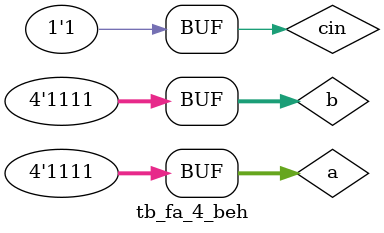
<source format=v>
`timescale 1ns / 1ps


module tb_fa_4_beh();
reg [3:0] a,b;
reg cin;
wire [3:0]sum;
wire cout;
full_adder_4b uut(.sum(sum),.cout(cout),.a(a),.b(b),.cin(cin));

 initial
 
 begin
#0 a=4'b0000; b=4'b0000; cin=1'b0;
 #10;
  a=4'b0100; b=4'b0011; cin=1'b1;
#10 a=4'b0011; b=4'b0111; cin=1'b1;
#10 a=4'b1000; b=4'b0100; cin=1'b0;
#10 a=4'b0101; b=4'b0101; cin=1'b1;
#10 a=4'b1111; b=4'b1111; cin=1'b1;
 end

 
endmodule

</source>
